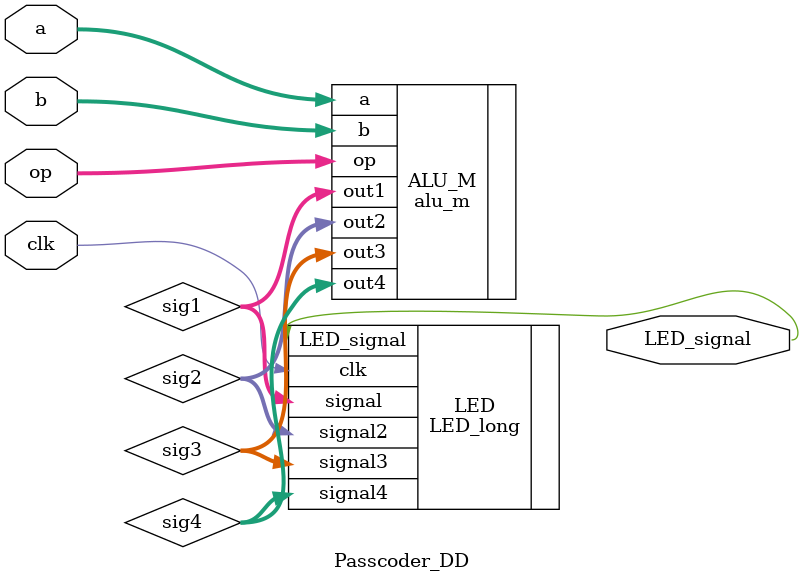
<source format=v>
`timescale 1ns / 1ps


module Passcoder_DD(a,b,op,clk,LED_signal);
input [9:0] a,b;
input [2:0] op;
input wire clk;
output LED_signal;
wire [4:0] sig1, sig2, sig3, sig4;



alu_m ALU_M(.a(a), .b(b), .op(op), .out1(sig1), .out2(sig2), .out3(sig3), .out4(sig4));
LED_long LED(.clk(clk), .signal(sig1), .signal2(sig2), .signal3(sig3), .signal4(sig4), .LED_signal(LED_signal));


endmodule

</source>
